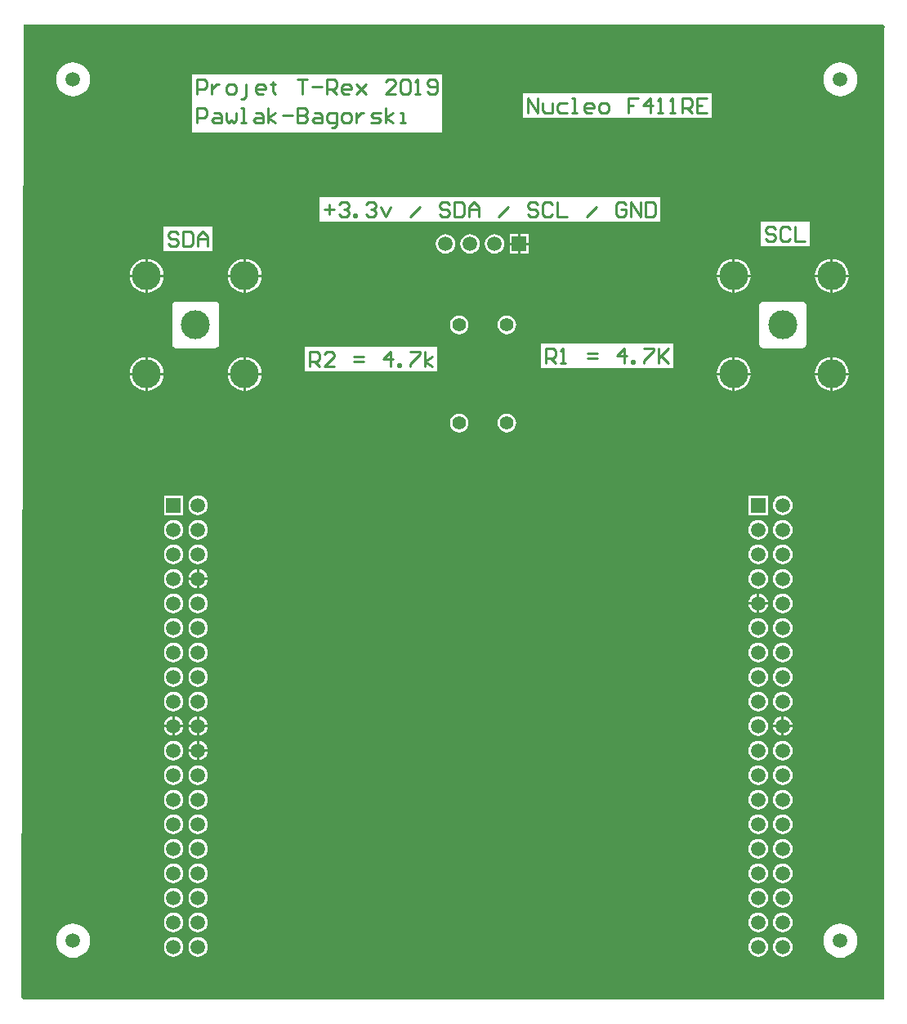
<source format=gtl>
G04 Layer_Physical_Order=1*
G04 Layer_Color=255*
%FSLAX42Y42*%
%MOMM*%
G71*
G01*
G75*
%ADD10C,0.25*%
%ADD11C,1.50*%
%ADD12R,1.50X1.50*%
%ADD13C,3.00*%
%ADD14C,1.52*%
%ADD15R,1.50X1.50*%
%ADD16C,1.40*%
G36*
X11493Y12636D02*
X11481Y12624D01*
Y2565D01*
X2565D01*
X2540Y2591D01*
X2565Y12662D01*
X11468D01*
X11493Y12636D01*
D02*
G37*
%LPC*%
G36*
X11024Y12267D02*
X10989Y12263D01*
X10956Y12253D01*
X10926Y12237D01*
X10899Y12215D01*
X10877Y12188D01*
X10861Y12158D01*
X10851Y12125D01*
X10847Y12090D01*
X10851Y12056D01*
X10861Y12023D01*
X10877Y11992D01*
X10899Y11966D01*
X10926Y11944D01*
X10956Y11928D01*
X10989Y11918D01*
X11024Y11914D01*
X11058Y11918D01*
X11091Y11928D01*
X11122Y11944D01*
X11148Y11966D01*
X11170Y11992D01*
X11186Y12023D01*
X11196Y12056D01*
X11200Y12090D01*
X11196Y12125D01*
X11186Y12158D01*
X11170Y12188D01*
X11148Y12215D01*
X11122Y12237D01*
X11091Y12253D01*
X11058Y12263D01*
X11024Y12267D01*
D02*
G37*
G36*
X3073D02*
X3039Y12263D01*
X3006Y12253D01*
X2975Y12237D01*
X2949Y12215D01*
X2927Y12188D01*
X2911Y12158D01*
X2901Y12125D01*
X2897Y12090D01*
X2901Y12056D01*
X2911Y12023D01*
X2927Y11992D01*
X2949Y11966D01*
X2975Y11944D01*
X3006Y11928D01*
X3039Y11918D01*
X3073Y11914D01*
X3108Y11918D01*
X3141Y11928D01*
X3171Y11944D01*
X3198Y11966D01*
X3220Y11992D01*
X3236Y12023D01*
X3246Y12056D01*
X3250Y12090D01*
X3246Y12125D01*
X3236Y12158D01*
X3220Y12188D01*
X3198Y12215D01*
X3171Y12237D01*
X3141Y12253D01*
X3108Y12263D01*
X3073Y12267D01*
D02*
G37*
G36*
X9689Y11951D02*
X7734D01*
Y11697D01*
X9689D01*
Y11951D01*
D02*
G37*
G36*
X6895Y12144D02*
X4305D01*
Y11544D01*
X6895D01*
Y12144D01*
D02*
G37*
G36*
X9156Y10871D02*
X5626D01*
Y10617D01*
X9156D01*
Y10871D01*
D02*
G37*
G36*
X7797Y10489D02*
X7709D01*
Y10401D01*
X7797D01*
Y10489D01*
D02*
G37*
G36*
X7683D02*
X7596D01*
Y10401D01*
X7683D01*
Y10489D01*
D02*
G37*
G36*
X10706Y10617D02*
X10198D01*
Y10363D01*
X10706D01*
Y10617D01*
D02*
G37*
G36*
X4521Y10566D02*
X4013D01*
Y10312D01*
X4521D01*
Y10566D01*
D02*
G37*
G36*
X7797Y10376D02*
X7709D01*
Y10288D01*
X7797D01*
Y10376D01*
D02*
G37*
G36*
X7683D02*
X7596D01*
Y10288D01*
X7683D01*
Y10376D01*
D02*
G37*
G36*
X7442Y10490D02*
X7416Y10486D01*
X7392Y10476D01*
X7371Y10460D01*
X7355Y10439D01*
X7344Y10415D01*
X7341Y10389D01*
X7344Y10362D01*
X7355Y10338D01*
X7371Y10317D01*
X7392Y10301D01*
X7416Y10291D01*
X7442Y10287D01*
X7468Y10291D01*
X7493Y10301D01*
X7514Y10317D01*
X7530Y10338D01*
X7540Y10362D01*
X7543Y10389D01*
X7540Y10415D01*
X7530Y10439D01*
X7514Y10460D01*
X7493Y10476D01*
X7468Y10486D01*
X7442Y10490D01*
D02*
G37*
G36*
X7188D02*
X7162Y10486D01*
X7138Y10476D01*
X7117Y10460D01*
X7101Y10439D01*
X7090Y10415D01*
X7087Y10389D01*
X7090Y10362D01*
X7101Y10338D01*
X7117Y10317D01*
X7138Y10301D01*
X7162Y10291D01*
X7188Y10287D01*
X7214Y10291D01*
X7239Y10301D01*
X7260Y10317D01*
X7276Y10338D01*
X7286Y10362D01*
X7289Y10389D01*
X7286Y10415D01*
X7276Y10439D01*
X7260Y10460D01*
X7239Y10476D01*
X7214Y10486D01*
X7188Y10490D01*
D02*
G37*
G36*
X6934D02*
X6908Y10486D01*
X6884Y10476D01*
X6863Y10460D01*
X6847Y10439D01*
X6836Y10415D01*
X6833Y10389D01*
X6836Y10362D01*
X6847Y10338D01*
X6863Y10317D01*
X6884Y10301D01*
X6908Y10291D01*
X6934Y10287D01*
X6960Y10291D01*
X6985Y10301D01*
X7006Y10317D01*
X7022Y10338D01*
X7032Y10362D01*
X7035Y10389D01*
X7032Y10415D01*
X7022Y10439D01*
X7006Y10460D01*
X6985Y10476D01*
X6960Y10486D01*
X6934Y10490D01*
D02*
G37*
G36*
X10947Y10233D02*
Y10071D01*
X11110D01*
X11108Y10093D01*
X11098Y10126D01*
X11081Y10156D01*
X11059Y10183D01*
X11033Y10205D01*
X11002Y10221D01*
X10969Y10231D01*
X10947Y10233D01*
D02*
G37*
G36*
X9931D02*
Y10071D01*
X10094D01*
X10092Y10093D01*
X10082Y10126D01*
X10065Y10156D01*
X10043Y10183D01*
X10017Y10205D01*
X9986Y10221D01*
X9953Y10231D01*
X9931Y10233D01*
D02*
G37*
G36*
X3848D02*
Y10071D01*
X4010D01*
X4008Y10093D01*
X3998Y10126D01*
X3982Y10156D01*
X3960Y10183D01*
X3933Y10205D01*
X3903Y10221D01*
X3870Y10231D01*
X3848Y10233D01*
D02*
G37*
G36*
X4864D02*
Y10071D01*
X5026D01*
X5024Y10093D01*
X5014Y10126D01*
X4998Y10156D01*
X4976Y10183D01*
X4949Y10205D01*
X4919Y10221D01*
X4886Y10231D01*
X4864Y10233D01*
D02*
G37*
G36*
X3823D02*
X3801Y10231D01*
X3768Y10221D01*
X3737Y10205D01*
X3711Y10183D01*
X3689Y10156D01*
X3673Y10126D01*
X3663Y10093D01*
X3660Y10071D01*
X3823D01*
Y10233D01*
D02*
G37*
G36*
X4839D02*
X4817Y10231D01*
X4784Y10221D01*
X4753Y10205D01*
X4727Y10183D01*
X4705Y10156D01*
X4689Y10126D01*
X4679Y10093D01*
X4676Y10071D01*
X4839D01*
Y10233D01*
D02*
G37*
G36*
X10922D02*
X10900Y10231D01*
X10867Y10221D01*
X10837Y10205D01*
X10810Y10183D01*
X10788Y10156D01*
X10772Y10126D01*
X10762Y10093D01*
X10760Y10071D01*
X10922D01*
Y10233D01*
D02*
G37*
G36*
X9906D02*
X9884Y10231D01*
X9851Y10221D01*
X9821Y10205D01*
X9794Y10183D01*
X9772Y10156D01*
X9756Y10126D01*
X9746Y10093D01*
X9744Y10071D01*
X9906D01*
Y10233D01*
D02*
G37*
G36*
X11110Y10046D02*
X10947D01*
Y9883D01*
X10969Y9886D01*
X11002Y9896D01*
X11033Y9912D01*
X11059Y9934D01*
X11081Y9960D01*
X11098Y9991D01*
X11108Y10024D01*
X11110Y10046D01*
D02*
G37*
G36*
X10094D02*
X9931D01*
Y9883D01*
X9953Y9886D01*
X9986Y9896D01*
X10017Y9912D01*
X10043Y9934D01*
X10065Y9960D01*
X10082Y9991D01*
X10092Y10024D01*
X10094Y10046D01*
D02*
G37*
G36*
X5026D02*
X4864D01*
Y9883D01*
X4886Y9886D01*
X4919Y9896D01*
X4949Y9912D01*
X4976Y9934D01*
X4998Y9960D01*
X5014Y9991D01*
X5024Y10024D01*
X5026Y10046D01*
D02*
G37*
G36*
X4010D02*
X3848D01*
Y9883D01*
X3870Y9886D01*
X3903Y9896D01*
X3933Y9912D01*
X3960Y9934D01*
X3982Y9960D01*
X3998Y9991D01*
X4008Y10024D01*
X4010Y10046D01*
D02*
G37*
G36*
X4839D02*
X4676D01*
X4679Y10024D01*
X4689Y9991D01*
X4705Y9960D01*
X4727Y9934D01*
X4753Y9912D01*
X4784Y9896D01*
X4817Y9886D01*
X4839Y9883D01*
Y10046D01*
D02*
G37*
G36*
X3823D02*
X3660D01*
X3663Y10024D01*
X3673Y9991D01*
X3689Y9960D01*
X3711Y9934D01*
X3737Y9912D01*
X3768Y9896D01*
X3801Y9886D01*
X3823Y9883D01*
Y10046D01*
D02*
G37*
G36*
X10922D02*
X10760D01*
X10762Y10024D01*
X10772Y9991D01*
X10788Y9960D01*
X10810Y9934D01*
X10837Y9912D01*
X10867Y9896D01*
X10900Y9886D01*
X10922Y9883D01*
Y10046D01*
D02*
G37*
G36*
X9906D02*
X9744D01*
X9746Y10024D01*
X9756Y9991D01*
X9772Y9960D01*
X9794Y9934D01*
X9821Y9912D01*
X9851Y9896D01*
X9884Y9886D01*
X9906Y9883D01*
Y10046D01*
D02*
G37*
G36*
X7569Y9647D02*
X7544Y9643D01*
X7521Y9634D01*
X7501Y9618D01*
X7486Y9599D01*
X7476Y9575D01*
X7473Y9550D01*
X7476Y9525D01*
X7486Y9502D01*
X7501Y9482D01*
X7521Y9467D01*
X7544Y9457D01*
X7569Y9454D01*
X7594Y9457D01*
X7617Y9467D01*
X7637Y9482D01*
X7653Y9502D01*
X7662Y9525D01*
X7665Y9550D01*
X7662Y9575D01*
X7653Y9599D01*
X7637Y9618D01*
X7617Y9634D01*
X7594Y9643D01*
X7569Y9647D01*
D02*
G37*
G36*
X7074D02*
X7049Y9643D01*
X7026Y9634D01*
X7006Y9618D01*
X6991Y9599D01*
X6981Y9575D01*
X6978Y9550D01*
X6981Y9525D01*
X6991Y9502D01*
X7006Y9482D01*
X7026Y9467D01*
X7049Y9457D01*
X7074Y9454D01*
X7099Y9457D01*
X7122Y9467D01*
X7142Y9482D01*
X7157Y9502D01*
X7167Y9525D01*
X7170Y9550D01*
X7167Y9575D01*
X7157Y9599D01*
X7142Y9618D01*
X7122Y9634D01*
X7099Y9643D01*
X7074Y9647D01*
D02*
G37*
G36*
X10427Y9793D02*
X10422Y9792D01*
X10224D01*
X10209Y9789D01*
X10196Y9781D01*
X10188Y9768D01*
X10185Y9754D01*
Y9555D01*
X10184Y9550D01*
X10185Y9546D01*
Y9347D01*
X10188Y9332D01*
X10196Y9320D01*
X10209Y9311D01*
X10224Y9308D01*
X10422D01*
X10427Y9308D01*
X10431Y9308D01*
X10630D01*
X10645Y9311D01*
X10657Y9320D01*
X10666Y9332D01*
X10669Y9347D01*
Y9546D01*
X10669Y9550D01*
X10669Y9555D01*
Y9754D01*
X10666Y9768D01*
X10657Y9781D01*
X10645Y9789D01*
X10630Y9792D01*
X10431D01*
X10427Y9793D01*
D02*
G37*
G36*
X4343D02*
X4339Y9792D01*
X4140D01*
X4125Y9789D01*
X4113Y9781D01*
X4104Y9768D01*
X4101Y9754D01*
Y9555D01*
X4101Y9550D01*
X4101Y9546D01*
Y9347D01*
X4104Y9332D01*
X4113Y9320D01*
X4125Y9311D01*
X4140Y9308D01*
X4339D01*
X4343Y9308D01*
X4348Y9308D01*
X4547D01*
X4561Y9311D01*
X4574Y9320D01*
X4582Y9332D01*
X4585Y9347D01*
Y9546D01*
X4586Y9550D01*
X4585Y9555D01*
Y9754D01*
X4582Y9768D01*
X4574Y9781D01*
X4561Y9789D01*
X4547Y9792D01*
X4348D01*
X4343Y9793D01*
D02*
G37*
G36*
X9296Y9360D02*
X7925D01*
Y9106D01*
X9296D01*
Y9360D01*
D02*
G37*
G36*
X6845Y9322D02*
X5474D01*
Y9068D01*
X6845D01*
Y9322D01*
D02*
G37*
G36*
X10947Y9217D02*
Y9055D01*
X11110D01*
X11108Y9077D01*
X11098Y9110D01*
X11081Y9140D01*
X11059Y9167D01*
X11033Y9189D01*
X11002Y9205D01*
X10969Y9215D01*
X10947Y9217D01*
D02*
G37*
G36*
X9931D02*
Y9055D01*
X10094D01*
X10092Y9077D01*
X10082Y9110D01*
X10065Y9140D01*
X10043Y9167D01*
X10017Y9189D01*
X9986Y9205D01*
X9953Y9215D01*
X9931Y9217D01*
D02*
G37*
G36*
X4864D02*
Y9055D01*
X5026D01*
X5024Y9077D01*
X5014Y9110D01*
X4998Y9140D01*
X4976Y9167D01*
X4949Y9189D01*
X4919Y9205D01*
X4886Y9215D01*
X4864Y9217D01*
D02*
G37*
G36*
X3848D02*
Y9055D01*
X4010D01*
X4008Y9077D01*
X3998Y9110D01*
X3982Y9140D01*
X3960Y9167D01*
X3933Y9189D01*
X3903Y9205D01*
X3870Y9215D01*
X3848Y9217D01*
D02*
G37*
G36*
X4839D02*
X4817Y9215D01*
X4784Y9205D01*
X4753Y9189D01*
X4727Y9167D01*
X4705Y9140D01*
X4689Y9110D01*
X4679Y9077D01*
X4676Y9055D01*
X4839D01*
Y9217D01*
D02*
G37*
G36*
X3823D02*
X3801Y9215D01*
X3768Y9205D01*
X3737Y9189D01*
X3711Y9167D01*
X3689Y9140D01*
X3673Y9110D01*
X3663Y9077D01*
X3660Y9055D01*
X3823D01*
Y9217D01*
D02*
G37*
G36*
X10922D02*
X10900Y9215D01*
X10867Y9205D01*
X10837Y9189D01*
X10810Y9167D01*
X10788Y9140D01*
X10772Y9110D01*
X10762Y9077D01*
X10760Y9055D01*
X10922D01*
Y9217D01*
D02*
G37*
G36*
X9906D02*
X9884Y9215D01*
X9851Y9205D01*
X9821Y9189D01*
X9794Y9167D01*
X9772Y9140D01*
X9756Y9110D01*
X9746Y9077D01*
X9744Y9055D01*
X9906D01*
Y9217D01*
D02*
G37*
G36*
X11110Y9030D02*
X10947D01*
Y8867D01*
X10969Y8870D01*
X11002Y8880D01*
X11033Y8896D01*
X11059Y8918D01*
X11081Y8944D01*
X11098Y8975D01*
X11108Y9008D01*
X11110Y9030D01*
D02*
G37*
G36*
X10094D02*
X9931D01*
Y8867D01*
X9953Y8870D01*
X9986Y8880D01*
X10017Y8896D01*
X10043Y8918D01*
X10065Y8944D01*
X10082Y8975D01*
X10092Y9008D01*
X10094Y9030D01*
D02*
G37*
G36*
X5026D02*
X4864D01*
Y8867D01*
X4886Y8870D01*
X4919Y8880D01*
X4949Y8896D01*
X4976Y8918D01*
X4998Y8944D01*
X5014Y8975D01*
X5024Y9008D01*
X5026Y9030D01*
D02*
G37*
G36*
X4010D02*
X3848D01*
Y8867D01*
X3870Y8870D01*
X3903Y8880D01*
X3933Y8896D01*
X3960Y8918D01*
X3982Y8944D01*
X3998Y8975D01*
X4008Y9008D01*
X4010Y9030D01*
D02*
G37*
G36*
X4839D02*
X4676D01*
X4679Y9008D01*
X4689Y8975D01*
X4705Y8944D01*
X4727Y8918D01*
X4753Y8896D01*
X4784Y8880D01*
X4817Y8870D01*
X4839Y8867D01*
Y9030D01*
D02*
G37*
G36*
X3823D02*
X3660D01*
X3663Y9008D01*
X3673Y8975D01*
X3689Y8944D01*
X3711Y8918D01*
X3737Y8896D01*
X3768Y8880D01*
X3801Y8870D01*
X3823Y8867D01*
Y9030D01*
D02*
G37*
G36*
X10922D02*
X10760D01*
X10762Y9008D01*
X10772Y8975D01*
X10788Y8944D01*
X10810Y8918D01*
X10837Y8896D01*
X10867Y8880D01*
X10900Y8870D01*
X10922Y8867D01*
Y9030D01*
D02*
G37*
G36*
X9906D02*
X9744D01*
X9746Y9008D01*
X9756Y8975D01*
X9772Y8944D01*
X9794Y8918D01*
X9821Y8896D01*
X9851Y8880D01*
X9884Y8870D01*
X9906Y8867D01*
Y9030D01*
D02*
G37*
G36*
X7569Y8631D02*
X7544Y8627D01*
X7521Y8618D01*
X7501Y8602D01*
X7486Y8583D01*
X7476Y8559D01*
X7473Y8534D01*
X7476Y8509D01*
X7486Y8486D01*
X7501Y8466D01*
X7521Y8451D01*
X7544Y8441D01*
X7569Y8438D01*
X7594Y8441D01*
X7617Y8451D01*
X7637Y8466D01*
X7653Y8486D01*
X7662Y8509D01*
X7665Y8534D01*
X7662Y8559D01*
X7653Y8583D01*
X7637Y8602D01*
X7617Y8618D01*
X7594Y8627D01*
X7569Y8631D01*
D02*
G37*
G36*
X7074D02*
X7049Y8627D01*
X7026Y8618D01*
X7006Y8602D01*
X6991Y8583D01*
X6981Y8559D01*
X6978Y8534D01*
X6981Y8509D01*
X6991Y8486D01*
X7006Y8466D01*
X7026Y8451D01*
X7049Y8441D01*
X7074Y8438D01*
X7099Y8441D01*
X7122Y8451D01*
X7142Y8466D01*
X7157Y8486D01*
X7167Y8509D01*
X7170Y8534D01*
X7167Y8559D01*
X7157Y8583D01*
X7142Y8602D01*
X7122Y8618D01*
X7099Y8627D01*
X7074Y8631D01*
D02*
G37*
G36*
X10273Y7784D02*
X10072D01*
Y7583D01*
X10273D01*
Y7784D01*
D02*
G37*
G36*
X4215D02*
X4014D01*
Y7583D01*
X4215D01*
Y7784D01*
D02*
G37*
G36*
X10427Y7785D02*
X10400Y7781D01*
X10376Y7771D01*
X10355Y7755D01*
X10339Y7734D01*
X10329Y7710D01*
X10325Y7683D01*
X10329Y7657D01*
X10339Y7633D01*
X10355Y7612D01*
X10376Y7596D01*
X10400Y7586D01*
X10427Y7582D01*
X10453Y7586D01*
X10477Y7596D01*
X10498Y7612D01*
X10514Y7633D01*
X10525Y7657D01*
X10528Y7683D01*
X10525Y7710D01*
X10514Y7734D01*
X10498Y7755D01*
X10477Y7771D01*
X10453Y7781D01*
X10427Y7785D01*
D02*
G37*
G36*
X4369D02*
X4343Y7781D01*
X4318Y7771D01*
X4297Y7755D01*
X4281Y7734D01*
X4271Y7710D01*
X4268Y7683D01*
X4271Y7657D01*
X4281Y7633D01*
X4297Y7612D01*
X4318Y7596D01*
X4343Y7586D01*
X4369Y7582D01*
X4395Y7586D01*
X4419Y7596D01*
X4440Y7612D01*
X4456Y7633D01*
X4467Y7657D01*
X4470Y7683D01*
X4467Y7710D01*
X4456Y7734D01*
X4440Y7755D01*
X4419Y7771D01*
X4395Y7781D01*
X4369Y7785D01*
D02*
G37*
G36*
X10427Y7531D02*
X10400Y7527D01*
X10376Y7517D01*
X10355Y7501D01*
X10339Y7480D01*
X10329Y7456D01*
X10325Y7429D01*
X10329Y7403D01*
X10339Y7379D01*
X10355Y7358D01*
X10376Y7342D01*
X10400Y7332D01*
X10427Y7328D01*
X10453Y7332D01*
X10477Y7342D01*
X10498Y7358D01*
X10514Y7379D01*
X10525Y7403D01*
X10528Y7429D01*
X10525Y7456D01*
X10514Y7480D01*
X10498Y7501D01*
X10477Y7517D01*
X10453Y7527D01*
X10427Y7531D01*
D02*
G37*
G36*
X10173D02*
X10146Y7527D01*
X10122Y7517D01*
X10101Y7501D01*
X10085Y7480D01*
X10075Y7456D01*
X10071Y7429D01*
X10075Y7403D01*
X10085Y7379D01*
X10101Y7358D01*
X10122Y7342D01*
X10146Y7332D01*
X10173Y7328D01*
X10199Y7332D01*
X10223Y7342D01*
X10244Y7358D01*
X10260Y7379D01*
X10271Y7403D01*
X10274Y7429D01*
X10271Y7456D01*
X10260Y7480D01*
X10244Y7501D01*
X10223Y7517D01*
X10199Y7527D01*
X10173Y7531D01*
D02*
G37*
G36*
X4369D02*
X4343Y7527D01*
X4318Y7517D01*
X4297Y7501D01*
X4281Y7480D01*
X4271Y7456D01*
X4268Y7429D01*
X4271Y7403D01*
X4281Y7379D01*
X4297Y7358D01*
X4318Y7342D01*
X4343Y7332D01*
X4369Y7328D01*
X4395Y7332D01*
X4419Y7342D01*
X4440Y7358D01*
X4456Y7379D01*
X4467Y7403D01*
X4470Y7429D01*
X4467Y7456D01*
X4456Y7480D01*
X4440Y7501D01*
X4419Y7517D01*
X4395Y7527D01*
X4369Y7531D01*
D02*
G37*
G36*
X4115D02*
X4089Y7527D01*
X4064Y7517D01*
X4043Y7501D01*
X4027Y7480D01*
X4017Y7456D01*
X4014Y7429D01*
X4017Y7403D01*
X4027Y7379D01*
X4043Y7358D01*
X4064Y7342D01*
X4089Y7332D01*
X4115Y7328D01*
X4141Y7332D01*
X4165Y7342D01*
X4186Y7358D01*
X4202Y7379D01*
X4213Y7403D01*
X4216Y7429D01*
X4213Y7456D01*
X4202Y7480D01*
X4186Y7501D01*
X4165Y7517D01*
X4141Y7527D01*
X4115Y7531D01*
D02*
G37*
G36*
X10427Y7277D02*
X10400Y7273D01*
X10376Y7263D01*
X10355Y7247D01*
X10339Y7226D01*
X10329Y7202D01*
X10325Y7175D01*
X10329Y7149D01*
X10339Y7125D01*
X10355Y7104D01*
X10376Y7088D01*
X10400Y7078D01*
X10427Y7074D01*
X10453Y7078D01*
X10477Y7088D01*
X10498Y7104D01*
X10514Y7125D01*
X10525Y7149D01*
X10528Y7175D01*
X10525Y7202D01*
X10514Y7226D01*
X10498Y7247D01*
X10477Y7263D01*
X10453Y7273D01*
X10427Y7277D01*
D02*
G37*
G36*
X10173D02*
X10146Y7273D01*
X10122Y7263D01*
X10101Y7247D01*
X10085Y7226D01*
X10075Y7202D01*
X10071Y7175D01*
X10075Y7149D01*
X10085Y7125D01*
X10101Y7104D01*
X10122Y7088D01*
X10146Y7078D01*
X10173Y7074D01*
X10199Y7078D01*
X10223Y7088D01*
X10244Y7104D01*
X10260Y7125D01*
X10271Y7149D01*
X10274Y7175D01*
X10271Y7202D01*
X10260Y7226D01*
X10244Y7247D01*
X10223Y7263D01*
X10199Y7273D01*
X10173Y7277D01*
D02*
G37*
G36*
X4369D02*
X4343Y7273D01*
X4318Y7263D01*
X4297Y7247D01*
X4281Y7226D01*
X4271Y7202D01*
X4268Y7175D01*
X4271Y7149D01*
X4281Y7125D01*
X4297Y7104D01*
X4318Y7088D01*
X4343Y7078D01*
X4369Y7074D01*
X4395Y7078D01*
X4419Y7088D01*
X4440Y7104D01*
X4456Y7125D01*
X4467Y7149D01*
X4470Y7175D01*
X4467Y7202D01*
X4456Y7226D01*
X4440Y7247D01*
X4419Y7263D01*
X4395Y7273D01*
X4369Y7277D01*
D02*
G37*
G36*
X4115D02*
X4089Y7273D01*
X4064Y7263D01*
X4043Y7247D01*
X4027Y7226D01*
X4017Y7202D01*
X4014Y7175D01*
X4017Y7149D01*
X4027Y7125D01*
X4043Y7104D01*
X4064Y7088D01*
X4089Y7078D01*
X4115Y7074D01*
X4141Y7078D01*
X4165Y7088D01*
X4186Y7104D01*
X4202Y7125D01*
X4213Y7149D01*
X4216Y7175D01*
X4213Y7202D01*
X4202Y7226D01*
X4186Y7247D01*
X4165Y7263D01*
X4141Y7273D01*
X4115Y7277D01*
D02*
G37*
G36*
X4381Y7021D02*
Y6934D01*
X4468D01*
X4467Y6948D01*
X4456Y6972D01*
X4440Y6993D01*
X4419Y7009D01*
X4395Y7019D01*
X4381Y7021D01*
D02*
G37*
G36*
X4356D02*
X4343Y7019D01*
X4318Y7009D01*
X4297Y6993D01*
X4281Y6972D01*
X4271Y6948D01*
X4269Y6934D01*
X4356D01*
Y7021D01*
D02*
G37*
G36*
X4468Y6909D02*
X4381D01*
Y6822D01*
X4395Y6824D01*
X4419Y6834D01*
X4440Y6850D01*
X4456Y6871D01*
X4467Y6895D01*
X4468Y6909D01*
D02*
G37*
G36*
X4356D02*
X4269D01*
X4271Y6895D01*
X4281Y6871D01*
X4297Y6850D01*
X4318Y6834D01*
X4343Y6824D01*
X4356Y6822D01*
Y6909D01*
D02*
G37*
G36*
X10427Y7023D02*
X10400Y7019D01*
X10376Y7009D01*
X10355Y6993D01*
X10339Y6972D01*
X10329Y6948D01*
X10325Y6921D01*
X10329Y6895D01*
X10339Y6871D01*
X10355Y6850D01*
X10376Y6834D01*
X10400Y6824D01*
X10427Y6820D01*
X10453Y6824D01*
X10477Y6834D01*
X10498Y6850D01*
X10514Y6871D01*
X10525Y6895D01*
X10528Y6921D01*
X10525Y6948D01*
X10514Y6972D01*
X10498Y6993D01*
X10477Y7009D01*
X10453Y7019D01*
X10427Y7023D01*
D02*
G37*
G36*
X10173D02*
X10146Y7019D01*
X10122Y7009D01*
X10101Y6993D01*
X10085Y6972D01*
X10075Y6948D01*
X10071Y6921D01*
X10075Y6895D01*
X10085Y6871D01*
X10101Y6850D01*
X10122Y6834D01*
X10146Y6824D01*
X10173Y6820D01*
X10199Y6824D01*
X10223Y6834D01*
X10244Y6850D01*
X10260Y6871D01*
X10271Y6895D01*
X10274Y6921D01*
X10271Y6948D01*
X10260Y6972D01*
X10244Y6993D01*
X10223Y7009D01*
X10199Y7019D01*
X10173Y7023D01*
D02*
G37*
G36*
X4115D02*
X4089Y7019D01*
X4064Y7009D01*
X4043Y6993D01*
X4027Y6972D01*
X4017Y6948D01*
X4014Y6921D01*
X4017Y6895D01*
X4027Y6871D01*
X4043Y6850D01*
X4064Y6834D01*
X4089Y6824D01*
X4115Y6820D01*
X4141Y6824D01*
X4165Y6834D01*
X4186Y6850D01*
X4202Y6871D01*
X4213Y6895D01*
X4216Y6921D01*
X4213Y6948D01*
X4202Y6972D01*
X4186Y6993D01*
X4165Y7009D01*
X4141Y7019D01*
X4115Y7023D01*
D02*
G37*
G36*
X10185Y6767D02*
Y6680D01*
X10272D01*
X10271Y6694D01*
X10260Y6718D01*
X10244Y6739D01*
X10223Y6755D01*
X10199Y6765D01*
X10185Y6767D01*
D02*
G37*
G36*
X10160D02*
X10146Y6765D01*
X10122Y6755D01*
X10101Y6739D01*
X10085Y6718D01*
X10075Y6694D01*
X10073Y6680D01*
X10160D01*
Y6767D01*
D02*
G37*
G36*
X10272Y6655D02*
X10185D01*
Y6568D01*
X10199Y6570D01*
X10223Y6580D01*
X10244Y6596D01*
X10260Y6617D01*
X10271Y6641D01*
X10272Y6655D01*
D02*
G37*
G36*
X10160D02*
X10073D01*
X10075Y6641D01*
X10085Y6617D01*
X10101Y6596D01*
X10122Y6580D01*
X10146Y6570D01*
X10160Y6568D01*
Y6655D01*
D02*
G37*
G36*
X10427Y6769D02*
X10400Y6765D01*
X10376Y6755D01*
X10355Y6739D01*
X10339Y6718D01*
X10329Y6694D01*
X10325Y6668D01*
X10329Y6641D01*
X10339Y6617D01*
X10355Y6596D01*
X10376Y6580D01*
X10400Y6570D01*
X10427Y6566D01*
X10453Y6570D01*
X10477Y6580D01*
X10498Y6596D01*
X10514Y6617D01*
X10525Y6641D01*
X10528Y6668D01*
X10525Y6694D01*
X10514Y6718D01*
X10498Y6739D01*
X10477Y6755D01*
X10453Y6765D01*
X10427Y6769D01*
D02*
G37*
G36*
X4369D02*
X4343Y6765D01*
X4318Y6755D01*
X4297Y6739D01*
X4281Y6718D01*
X4271Y6694D01*
X4268Y6668D01*
X4271Y6641D01*
X4281Y6617D01*
X4297Y6596D01*
X4318Y6580D01*
X4343Y6570D01*
X4369Y6566D01*
X4395Y6570D01*
X4419Y6580D01*
X4440Y6596D01*
X4456Y6617D01*
X4467Y6641D01*
X4470Y6668D01*
X4467Y6694D01*
X4456Y6718D01*
X4440Y6739D01*
X4419Y6755D01*
X4395Y6765D01*
X4369Y6769D01*
D02*
G37*
G36*
X4115D02*
X4089Y6765D01*
X4064Y6755D01*
X4043Y6739D01*
X4027Y6718D01*
X4017Y6694D01*
X4014Y6668D01*
X4017Y6641D01*
X4027Y6617D01*
X4043Y6596D01*
X4064Y6580D01*
X4089Y6570D01*
X4115Y6566D01*
X4141Y6570D01*
X4165Y6580D01*
X4186Y6596D01*
X4202Y6617D01*
X4213Y6641D01*
X4216Y6668D01*
X4213Y6694D01*
X4202Y6718D01*
X4186Y6739D01*
X4165Y6755D01*
X4141Y6765D01*
X4115Y6769D01*
D02*
G37*
G36*
X10427Y6515D02*
X10400Y6511D01*
X10376Y6501D01*
X10355Y6485D01*
X10339Y6464D01*
X10329Y6440D01*
X10325Y6414D01*
X10329Y6387D01*
X10339Y6363D01*
X10355Y6342D01*
X10376Y6326D01*
X10400Y6316D01*
X10427Y6312D01*
X10453Y6316D01*
X10477Y6326D01*
X10498Y6342D01*
X10514Y6363D01*
X10525Y6387D01*
X10528Y6414D01*
X10525Y6440D01*
X10514Y6464D01*
X10498Y6485D01*
X10477Y6501D01*
X10453Y6511D01*
X10427Y6515D01*
D02*
G37*
G36*
X10173D02*
X10146Y6511D01*
X10122Y6501D01*
X10101Y6485D01*
X10085Y6464D01*
X10075Y6440D01*
X10071Y6414D01*
X10075Y6387D01*
X10085Y6363D01*
X10101Y6342D01*
X10122Y6326D01*
X10146Y6316D01*
X10173Y6312D01*
X10199Y6316D01*
X10223Y6326D01*
X10244Y6342D01*
X10260Y6363D01*
X10271Y6387D01*
X10274Y6414D01*
X10271Y6440D01*
X10260Y6464D01*
X10244Y6485D01*
X10223Y6501D01*
X10199Y6511D01*
X10173Y6515D01*
D02*
G37*
G36*
X4369D02*
X4343Y6511D01*
X4318Y6501D01*
X4297Y6485D01*
X4281Y6464D01*
X4271Y6440D01*
X4268Y6414D01*
X4271Y6387D01*
X4281Y6363D01*
X4297Y6342D01*
X4318Y6326D01*
X4343Y6316D01*
X4369Y6312D01*
X4395Y6316D01*
X4419Y6326D01*
X4440Y6342D01*
X4456Y6363D01*
X4467Y6387D01*
X4470Y6414D01*
X4467Y6440D01*
X4456Y6464D01*
X4440Y6485D01*
X4419Y6501D01*
X4395Y6511D01*
X4369Y6515D01*
D02*
G37*
G36*
X4115D02*
X4089Y6511D01*
X4064Y6501D01*
X4043Y6485D01*
X4027Y6464D01*
X4017Y6440D01*
X4014Y6414D01*
X4017Y6387D01*
X4027Y6363D01*
X4043Y6342D01*
X4064Y6326D01*
X4089Y6316D01*
X4115Y6312D01*
X4141Y6316D01*
X4165Y6326D01*
X4186Y6342D01*
X4202Y6363D01*
X4213Y6387D01*
X4216Y6414D01*
X4213Y6440D01*
X4202Y6464D01*
X4186Y6485D01*
X4165Y6501D01*
X4141Y6511D01*
X4115Y6515D01*
D02*
G37*
G36*
X10427Y6261D02*
X10400Y6257D01*
X10376Y6247D01*
X10355Y6231D01*
X10339Y6210D01*
X10329Y6186D01*
X10325Y6160D01*
X10329Y6133D01*
X10339Y6109D01*
X10355Y6088D01*
X10376Y6072D01*
X10400Y6062D01*
X10427Y6058D01*
X10453Y6062D01*
X10477Y6072D01*
X10498Y6088D01*
X10514Y6109D01*
X10525Y6133D01*
X10528Y6160D01*
X10525Y6186D01*
X10514Y6210D01*
X10498Y6231D01*
X10477Y6247D01*
X10453Y6257D01*
X10427Y6261D01*
D02*
G37*
G36*
X10173D02*
X10146Y6257D01*
X10122Y6247D01*
X10101Y6231D01*
X10085Y6210D01*
X10075Y6186D01*
X10071Y6160D01*
X10075Y6133D01*
X10085Y6109D01*
X10101Y6088D01*
X10122Y6072D01*
X10146Y6062D01*
X10173Y6058D01*
X10199Y6062D01*
X10223Y6072D01*
X10244Y6088D01*
X10260Y6109D01*
X10271Y6133D01*
X10274Y6160D01*
X10271Y6186D01*
X10260Y6210D01*
X10244Y6231D01*
X10223Y6247D01*
X10199Y6257D01*
X10173Y6261D01*
D02*
G37*
G36*
X4369D02*
X4343Y6257D01*
X4318Y6247D01*
X4297Y6231D01*
X4281Y6210D01*
X4271Y6186D01*
X4268Y6160D01*
X4271Y6133D01*
X4281Y6109D01*
X4297Y6088D01*
X4318Y6072D01*
X4343Y6062D01*
X4369Y6058D01*
X4395Y6062D01*
X4419Y6072D01*
X4440Y6088D01*
X4456Y6109D01*
X4467Y6133D01*
X4470Y6160D01*
X4467Y6186D01*
X4456Y6210D01*
X4440Y6231D01*
X4419Y6247D01*
X4395Y6257D01*
X4369Y6261D01*
D02*
G37*
G36*
X4115D02*
X4089Y6257D01*
X4064Y6247D01*
X4043Y6231D01*
X4027Y6210D01*
X4017Y6186D01*
X4014Y6160D01*
X4017Y6133D01*
X4027Y6109D01*
X4043Y6088D01*
X4064Y6072D01*
X4089Y6062D01*
X4115Y6058D01*
X4141Y6062D01*
X4165Y6072D01*
X4186Y6088D01*
X4202Y6109D01*
X4213Y6133D01*
X4216Y6160D01*
X4213Y6186D01*
X4202Y6210D01*
X4186Y6231D01*
X4165Y6247D01*
X4141Y6257D01*
X4115Y6261D01*
D02*
G37*
G36*
X10427Y6007D02*
X10400Y6003D01*
X10376Y5993D01*
X10355Y5977D01*
X10339Y5956D01*
X10329Y5932D01*
X10325Y5906D01*
X10329Y5879D01*
X10339Y5855D01*
X10355Y5834D01*
X10376Y5818D01*
X10400Y5808D01*
X10427Y5804D01*
X10453Y5808D01*
X10477Y5818D01*
X10498Y5834D01*
X10514Y5855D01*
X10525Y5879D01*
X10528Y5906D01*
X10525Y5932D01*
X10514Y5956D01*
X10498Y5977D01*
X10477Y5993D01*
X10453Y6003D01*
X10427Y6007D01*
D02*
G37*
G36*
X10173D02*
X10146Y6003D01*
X10122Y5993D01*
X10101Y5977D01*
X10085Y5956D01*
X10075Y5932D01*
X10071Y5906D01*
X10075Y5879D01*
X10085Y5855D01*
X10101Y5834D01*
X10122Y5818D01*
X10146Y5808D01*
X10173Y5804D01*
X10199Y5808D01*
X10223Y5818D01*
X10244Y5834D01*
X10260Y5855D01*
X10271Y5879D01*
X10274Y5906D01*
X10271Y5932D01*
X10260Y5956D01*
X10244Y5977D01*
X10223Y5993D01*
X10199Y6003D01*
X10173Y6007D01*
D02*
G37*
G36*
X4369D02*
X4343Y6003D01*
X4318Y5993D01*
X4297Y5977D01*
X4281Y5956D01*
X4271Y5932D01*
X4268Y5906D01*
X4271Y5879D01*
X4281Y5855D01*
X4297Y5834D01*
X4318Y5818D01*
X4343Y5808D01*
X4369Y5804D01*
X4395Y5808D01*
X4419Y5818D01*
X4440Y5834D01*
X4456Y5855D01*
X4467Y5879D01*
X4470Y5906D01*
X4467Y5932D01*
X4456Y5956D01*
X4440Y5977D01*
X4419Y5993D01*
X4395Y6003D01*
X4369Y6007D01*
D02*
G37*
G36*
X4115D02*
X4089Y6003D01*
X4064Y5993D01*
X4043Y5977D01*
X4027Y5956D01*
X4017Y5932D01*
X4014Y5906D01*
X4017Y5879D01*
X4027Y5855D01*
X4043Y5834D01*
X4064Y5818D01*
X4089Y5808D01*
X4115Y5804D01*
X4141Y5808D01*
X4165Y5818D01*
X4186Y5834D01*
X4202Y5855D01*
X4213Y5879D01*
X4216Y5906D01*
X4213Y5932D01*
X4202Y5956D01*
X4186Y5977D01*
X4165Y5993D01*
X4141Y6003D01*
X4115Y6007D01*
D02*
G37*
G36*
X10427Y5753D02*
X10400Y5749D01*
X10376Y5739D01*
X10355Y5723D01*
X10339Y5702D01*
X10329Y5678D01*
X10325Y5651D01*
X10329Y5625D01*
X10339Y5601D01*
X10355Y5580D01*
X10376Y5564D01*
X10400Y5554D01*
X10427Y5550D01*
X10453Y5554D01*
X10477Y5564D01*
X10498Y5580D01*
X10514Y5601D01*
X10525Y5625D01*
X10528Y5651D01*
X10525Y5678D01*
X10514Y5702D01*
X10498Y5723D01*
X10477Y5739D01*
X10453Y5749D01*
X10427Y5753D01*
D02*
G37*
G36*
X10173D02*
X10146Y5749D01*
X10122Y5739D01*
X10101Y5723D01*
X10085Y5702D01*
X10075Y5678D01*
X10071Y5651D01*
X10075Y5625D01*
X10085Y5601D01*
X10101Y5580D01*
X10122Y5564D01*
X10146Y5554D01*
X10173Y5550D01*
X10199Y5554D01*
X10223Y5564D01*
X10244Y5580D01*
X10260Y5601D01*
X10271Y5625D01*
X10274Y5651D01*
X10271Y5678D01*
X10260Y5702D01*
X10244Y5723D01*
X10223Y5739D01*
X10199Y5749D01*
X10173Y5753D01*
D02*
G37*
G36*
X4369D02*
X4343Y5749D01*
X4318Y5739D01*
X4297Y5723D01*
X4281Y5702D01*
X4271Y5678D01*
X4268Y5651D01*
X4271Y5625D01*
X4281Y5601D01*
X4297Y5580D01*
X4318Y5564D01*
X4343Y5554D01*
X4369Y5550D01*
X4395Y5554D01*
X4419Y5564D01*
X4440Y5580D01*
X4456Y5601D01*
X4467Y5625D01*
X4470Y5651D01*
X4467Y5678D01*
X4456Y5702D01*
X4440Y5723D01*
X4419Y5739D01*
X4395Y5749D01*
X4369Y5753D01*
D02*
G37*
G36*
X4115D02*
X4089Y5749D01*
X4064Y5739D01*
X4043Y5723D01*
X4027Y5702D01*
X4017Y5678D01*
X4014Y5651D01*
X4017Y5625D01*
X4027Y5601D01*
X4043Y5580D01*
X4064Y5564D01*
X4089Y5554D01*
X4115Y5550D01*
X4141Y5554D01*
X4165Y5564D01*
X4186Y5580D01*
X4202Y5601D01*
X4213Y5625D01*
X4216Y5651D01*
X4213Y5678D01*
X4202Y5702D01*
X4186Y5723D01*
X4165Y5739D01*
X4141Y5749D01*
X4115Y5753D01*
D02*
G37*
G36*
X4381Y5497D02*
Y5410D01*
X4468D01*
X4467Y5424D01*
X4456Y5448D01*
X4440Y5469D01*
X4419Y5485D01*
X4395Y5495D01*
X4381Y5497D01*
D02*
G37*
G36*
X10439D02*
Y5410D01*
X10526D01*
X10525Y5424D01*
X10514Y5448D01*
X10498Y5469D01*
X10477Y5485D01*
X10453Y5495D01*
X10439Y5497D01*
D02*
G37*
G36*
X4128D02*
Y5410D01*
X4214D01*
X4213Y5424D01*
X4202Y5448D01*
X4186Y5469D01*
X4165Y5485D01*
X4141Y5495D01*
X4128Y5497D01*
D02*
G37*
G36*
X4356D02*
X4343Y5495D01*
X4318Y5485D01*
X4297Y5469D01*
X4281Y5448D01*
X4271Y5424D01*
X4269Y5410D01*
X4356D01*
Y5497D01*
D02*
G37*
G36*
X10414D02*
X10400Y5495D01*
X10376Y5485D01*
X10355Y5469D01*
X10339Y5448D01*
X10329Y5424D01*
X10327Y5410D01*
X10414D01*
Y5497D01*
D02*
G37*
G36*
X4102D02*
X4089Y5495D01*
X4064Y5485D01*
X4043Y5469D01*
X4027Y5448D01*
X4017Y5424D01*
X4015Y5410D01*
X4102D01*
Y5497D01*
D02*
G37*
G36*
X10526Y5385D02*
X10439D01*
Y5298D01*
X10453Y5300D01*
X10477Y5310D01*
X10498Y5326D01*
X10514Y5347D01*
X10525Y5371D01*
X10526Y5385D01*
D02*
G37*
G36*
X4468D02*
X4381D01*
Y5298D01*
X4395Y5300D01*
X4419Y5310D01*
X4440Y5326D01*
X4456Y5347D01*
X4467Y5371D01*
X4468Y5385D01*
D02*
G37*
G36*
X4214D02*
X4128D01*
Y5298D01*
X4141Y5300D01*
X4165Y5310D01*
X4186Y5326D01*
X4202Y5347D01*
X4213Y5371D01*
X4214Y5385D01*
D02*
G37*
G36*
X10414D02*
X10327D01*
X10329Y5371D01*
X10339Y5347D01*
X10355Y5326D01*
X10376Y5310D01*
X10400Y5300D01*
X10414Y5298D01*
Y5385D01*
D02*
G37*
G36*
X4356D02*
X4269D01*
X4271Y5371D01*
X4281Y5347D01*
X4297Y5326D01*
X4318Y5310D01*
X4343Y5300D01*
X4356Y5298D01*
Y5385D01*
D02*
G37*
G36*
X4102D02*
X4015D01*
X4017Y5371D01*
X4027Y5347D01*
X4043Y5326D01*
X4064Y5310D01*
X4089Y5300D01*
X4102Y5298D01*
Y5385D01*
D02*
G37*
G36*
X10173Y5499D02*
X10146Y5495D01*
X10122Y5485D01*
X10101Y5469D01*
X10085Y5448D01*
X10075Y5424D01*
X10071Y5397D01*
X10075Y5371D01*
X10085Y5347D01*
X10101Y5326D01*
X10122Y5310D01*
X10146Y5300D01*
X10173Y5296D01*
X10199Y5300D01*
X10223Y5310D01*
X10244Y5326D01*
X10260Y5347D01*
X10271Y5371D01*
X10274Y5397D01*
X10271Y5424D01*
X10260Y5448D01*
X10244Y5469D01*
X10223Y5485D01*
X10199Y5495D01*
X10173Y5499D01*
D02*
G37*
G36*
X4381Y5243D02*
Y5156D01*
X4468D01*
X4467Y5170D01*
X4456Y5194D01*
X4440Y5215D01*
X4419Y5231D01*
X4395Y5241D01*
X4381Y5243D01*
D02*
G37*
G36*
X4356D02*
X4343Y5241D01*
X4318Y5231D01*
X4297Y5215D01*
X4281Y5194D01*
X4271Y5170D01*
X4269Y5156D01*
X4356D01*
Y5243D01*
D02*
G37*
G36*
X4468Y5131D02*
X4381D01*
Y5044D01*
X4395Y5046D01*
X4419Y5056D01*
X4440Y5072D01*
X4456Y5093D01*
X4467Y5117D01*
X4468Y5131D01*
D02*
G37*
G36*
X4356D02*
X4269D01*
X4271Y5117D01*
X4281Y5093D01*
X4297Y5072D01*
X4318Y5056D01*
X4343Y5046D01*
X4356Y5044D01*
Y5131D01*
D02*
G37*
G36*
X10427Y5245D02*
X10400Y5241D01*
X10376Y5231D01*
X10355Y5215D01*
X10339Y5194D01*
X10329Y5170D01*
X10325Y5144D01*
X10329Y5117D01*
X10339Y5093D01*
X10355Y5072D01*
X10376Y5056D01*
X10400Y5046D01*
X10427Y5042D01*
X10453Y5046D01*
X10477Y5056D01*
X10498Y5072D01*
X10514Y5093D01*
X10525Y5117D01*
X10528Y5144D01*
X10525Y5170D01*
X10514Y5194D01*
X10498Y5215D01*
X10477Y5231D01*
X10453Y5241D01*
X10427Y5245D01*
D02*
G37*
G36*
X10173D02*
X10146Y5241D01*
X10122Y5231D01*
X10101Y5215D01*
X10085Y5194D01*
X10075Y5170D01*
X10071Y5144D01*
X10075Y5117D01*
X10085Y5093D01*
X10101Y5072D01*
X10122Y5056D01*
X10146Y5046D01*
X10173Y5042D01*
X10199Y5046D01*
X10223Y5056D01*
X10244Y5072D01*
X10260Y5093D01*
X10271Y5117D01*
X10274Y5144D01*
X10271Y5170D01*
X10260Y5194D01*
X10244Y5215D01*
X10223Y5231D01*
X10199Y5241D01*
X10173Y5245D01*
D02*
G37*
G36*
X4115D02*
X4089Y5241D01*
X4064Y5231D01*
X4043Y5215D01*
X4027Y5194D01*
X4017Y5170D01*
X4014Y5144D01*
X4017Y5117D01*
X4027Y5093D01*
X4043Y5072D01*
X4064Y5056D01*
X4089Y5046D01*
X4115Y5042D01*
X4141Y5046D01*
X4165Y5056D01*
X4186Y5072D01*
X4202Y5093D01*
X4213Y5117D01*
X4216Y5144D01*
X4213Y5170D01*
X4202Y5194D01*
X4186Y5215D01*
X4165Y5231D01*
X4141Y5241D01*
X4115Y5245D01*
D02*
G37*
G36*
X10427Y4991D02*
X10400Y4987D01*
X10376Y4977D01*
X10355Y4961D01*
X10339Y4940D01*
X10329Y4916D01*
X10325Y4890D01*
X10329Y4863D01*
X10339Y4839D01*
X10355Y4818D01*
X10376Y4802D01*
X10400Y4792D01*
X10427Y4788D01*
X10453Y4792D01*
X10477Y4802D01*
X10498Y4818D01*
X10514Y4839D01*
X10525Y4863D01*
X10528Y4890D01*
X10525Y4916D01*
X10514Y4940D01*
X10498Y4961D01*
X10477Y4977D01*
X10453Y4987D01*
X10427Y4991D01*
D02*
G37*
G36*
X10173D02*
X10146Y4987D01*
X10122Y4977D01*
X10101Y4961D01*
X10085Y4940D01*
X10075Y4916D01*
X10071Y4890D01*
X10075Y4863D01*
X10085Y4839D01*
X10101Y4818D01*
X10122Y4802D01*
X10146Y4792D01*
X10173Y4788D01*
X10199Y4792D01*
X10223Y4802D01*
X10244Y4818D01*
X10260Y4839D01*
X10271Y4863D01*
X10274Y4890D01*
X10271Y4916D01*
X10260Y4940D01*
X10244Y4961D01*
X10223Y4977D01*
X10199Y4987D01*
X10173Y4991D01*
D02*
G37*
G36*
X4369D02*
X4343Y4987D01*
X4318Y4977D01*
X4297Y4961D01*
X4281Y4940D01*
X4271Y4916D01*
X4268Y4890D01*
X4271Y4863D01*
X4281Y4839D01*
X4297Y4818D01*
X4318Y4802D01*
X4343Y4792D01*
X4369Y4788D01*
X4395Y4792D01*
X4419Y4802D01*
X4440Y4818D01*
X4456Y4839D01*
X4467Y4863D01*
X4470Y4890D01*
X4467Y4916D01*
X4456Y4940D01*
X4440Y4961D01*
X4419Y4977D01*
X4395Y4987D01*
X4369Y4991D01*
D02*
G37*
G36*
X4115D02*
X4089Y4987D01*
X4064Y4977D01*
X4043Y4961D01*
X4027Y4940D01*
X4017Y4916D01*
X4014Y4890D01*
X4017Y4863D01*
X4027Y4839D01*
X4043Y4818D01*
X4064Y4802D01*
X4089Y4792D01*
X4115Y4788D01*
X4141Y4792D01*
X4165Y4802D01*
X4186Y4818D01*
X4202Y4839D01*
X4213Y4863D01*
X4216Y4890D01*
X4213Y4916D01*
X4202Y4940D01*
X4186Y4961D01*
X4165Y4977D01*
X4141Y4987D01*
X4115Y4991D01*
D02*
G37*
G36*
X10427Y4737D02*
X10400Y4733D01*
X10376Y4723D01*
X10355Y4707D01*
X10339Y4686D01*
X10329Y4662D01*
X10325Y4635D01*
X10329Y4609D01*
X10339Y4585D01*
X10355Y4564D01*
X10376Y4548D01*
X10400Y4538D01*
X10427Y4534D01*
X10453Y4538D01*
X10477Y4548D01*
X10498Y4564D01*
X10514Y4585D01*
X10525Y4609D01*
X10528Y4635D01*
X10525Y4662D01*
X10514Y4686D01*
X10498Y4707D01*
X10477Y4723D01*
X10453Y4733D01*
X10427Y4737D01*
D02*
G37*
G36*
X10173D02*
X10146Y4733D01*
X10122Y4723D01*
X10101Y4707D01*
X10085Y4686D01*
X10075Y4662D01*
X10071Y4635D01*
X10075Y4609D01*
X10085Y4585D01*
X10101Y4564D01*
X10122Y4548D01*
X10146Y4538D01*
X10173Y4534D01*
X10199Y4538D01*
X10223Y4548D01*
X10244Y4564D01*
X10260Y4585D01*
X10271Y4609D01*
X10274Y4635D01*
X10271Y4662D01*
X10260Y4686D01*
X10244Y4707D01*
X10223Y4723D01*
X10199Y4733D01*
X10173Y4737D01*
D02*
G37*
G36*
X4369D02*
X4343Y4733D01*
X4318Y4723D01*
X4297Y4707D01*
X4281Y4686D01*
X4271Y4662D01*
X4268Y4635D01*
X4271Y4609D01*
X4281Y4585D01*
X4297Y4564D01*
X4318Y4548D01*
X4343Y4538D01*
X4369Y4534D01*
X4395Y4538D01*
X4419Y4548D01*
X4440Y4564D01*
X4456Y4585D01*
X4467Y4609D01*
X4470Y4635D01*
X4467Y4662D01*
X4456Y4686D01*
X4440Y4707D01*
X4419Y4723D01*
X4395Y4733D01*
X4369Y4737D01*
D02*
G37*
G36*
X4115D02*
X4089Y4733D01*
X4064Y4723D01*
X4043Y4707D01*
X4027Y4686D01*
X4017Y4662D01*
X4014Y4635D01*
X4017Y4609D01*
X4027Y4585D01*
X4043Y4564D01*
X4064Y4548D01*
X4089Y4538D01*
X4115Y4534D01*
X4141Y4538D01*
X4165Y4548D01*
X4186Y4564D01*
X4202Y4585D01*
X4213Y4609D01*
X4216Y4635D01*
X4213Y4662D01*
X4202Y4686D01*
X4186Y4707D01*
X4165Y4723D01*
X4141Y4733D01*
X4115Y4737D01*
D02*
G37*
G36*
X10427Y4483D02*
X10400Y4479D01*
X10376Y4469D01*
X10355Y4453D01*
X10339Y4432D01*
X10329Y4408D01*
X10325Y4381D01*
X10329Y4355D01*
X10339Y4331D01*
X10355Y4310D01*
X10376Y4294D01*
X10400Y4284D01*
X10427Y4280D01*
X10453Y4284D01*
X10477Y4294D01*
X10498Y4310D01*
X10514Y4331D01*
X10525Y4355D01*
X10528Y4381D01*
X10525Y4408D01*
X10514Y4432D01*
X10498Y4453D01*
X10477Y4469D01*
X10453Y4479D01*
X10427Y4483D01*
D02*
G37*
G36*
X10173D02*
X10146Y4479D01*
X10122Y4469D01*
X10101Y4453D01*
X10085Y4432D01*
X10075Y4408D01*
X10071Y4381D01*
X10075Y4355D01*
X10085Y4331D01*
X10101Y4310D01*
X10122Y4294D01*
X10146Y4284D01*
X10173Y4280D01*
X10199Y4284D01*
X10223Y4294D01*
X10244Y4310D01*
X10260Y4331D01*
X10271Y4355D01*
X10274Y4381D01*
X10271Y4408D01*
X10260Y4432D01*
X10244Y4453D01*
X10223Y4469D01*
X10199Y4479D01*
X10173Y4483D01*
D02*
G37*
G36*
X4369D02*
X4343Y4479D01*
X4318Y4469D01*
X4297Y4453D01*
X4281Y4432D01*
X4271Y4408D01*
X4268Y4381D01*
X4271Y4355D01*
X4281Y4331D01*
X4297Y4310D01*
X4318Y4294D01*
X4343Y4284D01*
X4369Y4280D01*
X4395Y4284D01*
X4419Y4294D01*
X4440Y4310D01*
X4456Y4331D01*
X4467Y4355D01*
X4470Y4381D01*
X4467Y4408D01*
X4456Y4432D01*
X4440Y4453D01*
X4419Y4469D01*
X4395Y4479D01*
X4369Y4483D01*
D02*
G37*
G36*
X4115D02*
X4089Y4479D01*
X4064Y4469D01*
X4043Y4453D01*
X4027Y4432D01*
X4017Y4408D01*
X4014Y4381D01*
X4017Y4355D01*
X4027Y4331D01*
X4043Y4310D01*
X4064Y4294D01*
X4089Y4284D01*
X4115Y4280D01*
X4141Y4284D01*
X4165Y4294D01*
X4186Y4310D01*
X4202Y4331D01*
X4213Y4355D01*
X4216Y4381D01*
X4213Y4408D01*
X4202Y4432D01*
X4186Y4453D01*
X4165Y4469D01*
X4141Y4479D01*
X4115Y4483D01*
D02*
G37*
G36*
X10427Y4229D02*
X10400Y4225D01*
X10376Y4215D01*
X10355Y4199D01*
X10339Y4178D01*
X10329Y4154D01*
X10325Y4128D01*
X10329Y4101D01*
X10339Y4077D01*
X10355Y4056D01*
X10376Y4040D01*
X10400Y4030D01*
X10427Y4026D01*
X10453Y4030D01*
X10477Y4040D01*
X10498Y4056D01*
X10514Y4077D01*
X10525Y4101D01*
X10528Y4128D01*
X10525Y4154D01*
X10514Y4178D01*
X10498Y4199D01*
X10477Y4215D01*
X10453Y4225D01*
X10427Y4229D01*
D02*
G37*
G36*
X10173D02*
X10146Y4225D01*
X10122Y4215D01*
X10101Y4199D01*
X10085Y4178D01*
X10075Y4154D01*
X10071Y4128D01*
X10075Y4101D01*
X10085Y4077D01*
X10101Y4056D01*
X10122Y4040D01*
X10146Y4030D01*
X10173Y4026D01*
X10199Y4030D01*
X10223Y4040D01*
X10244Y4056D01*
X10260Y4077D01*
X10271Y4101D01*
X10274Y4128D01*
X10271Y4154D01*
X10260Y4178D01*
X10244Y4199D01*
X10223Y4215D01*
X10199Y4225D01*
X10173Y4229D01*
D02*
G37*
G36*
X4369D02*
X4343Y4225D01*
X4318Y4215D01*
X4297Y4199D01*
X4281Y4178D01*
X4271Y4154D01*
X4268Y4128D01*
X4271Y4101D01*
X4281Y4077D01*
X4297Y4056D01*
X4318Y4040D01*
X4343Y4030D01*
X4369Y4026D01*
X4395Y4030D01*
X4419Y4040D01*
X4440Y4056D01*
X4456Y4077D01*
X4467Y4101D01*
X4470Y4128D01*
X4467Y4154D01*
X4456Y4178D01*
X4440Y4199D01*
X4419Y4215D01*
X4395Y4225D01*
X4369Y4229D01*
D02*
G37*
G36*
X4115D02*
X4089Y4225D01*
X4064Y4215D01*
X4043Y4199D01*
X4027Y4178D01*
X4017Y4154D01*
X4014Y4128D01*
X4017Y4101D01*
X4027Y4077D01*
X4043Y4056D01*
X4064Y4040D01*
X4089Y4030D01*
X4115Y4026D01*
X4141Y4030D01*
X4165Y4040D01*
X4186Y4056D01*
X4202Y4077D01*
X4213Y4101D01*
X4216Y4128D01*
X4213Y4154D01*
X4202Y4178D01*
X4186Y4199D01*
X4165Y4215D01*
X4141Y4225D01*
X4115Y4229D01*
D02*
G37*
G36*
X10427Y3975D02*
X10400Y3971D01*
X10376Y3961D01*
X10355Y3945D01*
X10339Y3924D01*
X10329Y3900D01*
X10325Y3874D01*
X10329Y3847D01*
X10339Y3823D01*
X10355Y3802D01*
X10376Y3786D01*
X10400Y3776D01*
X10427Y3772D01*
X10453Y3776D01*
X10477Y3786D01*
X10498Y3802D01*
X10514Y3823D01*
X10525Y3847D01*
X10528Y3874D01*
X10525Y3900D01*
X10514Y3924D01*
X10498Y3945D01*
X10477Y3961D01*
X10453Y3971D01*
X10427Y3975D01*
D02*
G37*
G36*
X10173D02*
X10146Y3971D01*
X10122Y3961D01*
X10101Y3945D01*
X10085Y3924D01*
X10075Y3900D01*
X10071Y3874D01*
X10075Y3847D01*
X10085Y3823D01*
X10101Y3802D01*
X10122Y3786D01*
X10146Y3776D01*
X10173Y3772D01*
X10199Y3776D01*
X10223Y3786D01*
X10244Y3802D01*
X10260Y3823D01*
X10271Y3847D01*
X10274Y3874D01*
X10271Y3900D01*
X10260Y3924D01*
X10244Y3945D01*
X10223Y3961D01*
X10199Y3971D01*
X10173Y3975D01*
D02*
G37*
G36*
X4369D02*
X4343Y3971D01*
X4318Y3961D01*
X4297Y3945D01*
X4281Y3924D01*
X4271Y3900D01*
X4268Y3874D01*
X4271Y3847D01*
X4281Y3823D01*
X4297Y3802D01*
X4318Y3786D01*
X4343Y3776D01*
X4369Y3772D01*
X4395Y3776D01*
X4419Y3786D01*
X4440Y3802D01*
X4456Y3823D01*
X4467Y3847D01*
X4470Y3874D01*
X4467Y3900D01*
X4456Y3924D01*
X4440Y3945D01*
X4419Y3961D01*
X4395Y3971D01*
X4369Y3975D01*
D02*
G37*
G36*
X4115D02*
X4089Y3971D01*
X4064Y3961D01*
X4043Y3945D01*
X4027Y3924D01*
X4017Y3900D01*
X4014Y3874D01*
X4017Y3847D01*
X4027Y3823D01*
X4043Y3802D01*
X4064Y3786D01*
X4089Y3776D01*
X4115Y3772D01*
X4141Y3776D01*
X4165Y3786D01*
X4186Y3802D01*
X4202Y3823D01*
X4213Y3847D01*
X4216Y3874D01*
X4213Y3900D01*
X4202Y3924D01*
X4186Y3945D01*
X4165Y3961D01*
X4141Y3971D01*
X4115Y3975D01*
D02*
G37*
G36*
X10427Y3721D02*
X10400Y3717D01*
X10376Y3707D01*
X10355Y3691D01*
X10339Y3670D01*
X10329Y3646D01*
X10325Y3619D01*
X10329Y3593D01*
X10339Y3569D01*
X10355Y3548D01*
X10376Y3532D01*
X10400Y3522D01*
X10427Y3518D01*
X10453Y3522D01*
X10477Y3532D01*
X10498Y3548D01*
X10514Y3569D01*
X10525Y3593D01*
X10528Y3619D01*
X10525Y3646D01*
X10514Y3670D01*
X10498Y3691D01*
X10477Y3707D01*
X10453Y3717D01*
X10427Y3721D01*
D02*
G37*
G36*
X10173D02*
X10146Y3717D01*
X10122Y3707D01*
X10101Y3691D01*
X10085Y3670D01*
X10075Y3646D01*
X10071Y3619D01*
X10075Y3593D01*
X10085Y3569D01*
X10101Y3548D01*
X10122Y3532D01*
X10146Y3522D01*
X10173Y3518D01*
X10199Y3522D01*
X10223Y3532D01*
X10244Y3548D01*
X10260Y3569D01*
X10271Y3593D01*
X10274Y3619D01*
X10271Y3646D01*
X10260Y3670D01*
X10244Y3691D01*
X10223Y3707D01*
X10199Y3717D01*
X10173Y3721D01*
D02*
G37*
G36*
X4369D02*
X4343Y3717D01*
X4318Y3707D01*
X4297Y3691D01*
X4281Y3670D01*
X4271Y3646D01*
X4268Y3619D01*
X4271Y3593D01*
X4281Y3569D01*
X4297Y3548D01*
X4318Y3532D01*
X4343Y3522D01*
X4369Y3518D01*
X4395Y3522D01*
X4419Y3532D01*
X4440Y3548D01*
X4456Y3569D01*
X4467Y3593D01*
X4470Y3619D01*
X4467Y3646D01*
X4456Y3670D01*
X4440Y3691D01*
X4419Y3707D01*
X4395Y3717D01*
X4369Y3721D01*
D02*
G37*
G36*
X4115D02*
X4089Y3717D01*
X4064Y3707D01*
X4043Y3691D01*
X4027Y3670D01*
X4017Y3646D01*
X4014Y3619D01*
X4017Y3593D01*
X4027Y3569D01*
X4043Y3548D01*
X4064Y3532D01*
X4089Y3522D01*
X4115Y3518D01*
X4141Y3522D01*
X4165Y3532D01*
X4186Y3548D01*
X4202Y3569D01*
X4213Y3593D01*
X4216Y3619D01*
X4213Y3646D01*
X4202Y3670D01*
X4186Y3691D01*
X4165Y3707D01*
X4141Y3717D01*
X4115Y3721D01*
D02*
G37*
G36*
X10427Y3467D02*
X10400Y3463D01*
X10376Y3453D01*
X10355Y3437D01*
X10339Y3416D01*
X10329Y3392D01*
X10325Y3365D01*
X10329Y3339D01*
X10339Y3315D01*
X10355Y3294D01*
X10376Y3278D01*
X10400Y3268D01*
X10427Y3264D01*
X10453Y3268D01*
X10477Y3278D01*
X10498Y3294D01*
X10514Y3315D01*
X10525Y3339D01*
X10528Y3365D01*
X10525Y3392D01*
X10514Y3416D01*
X10498Y3437D01*
X10477Y3453D01*
X10453Y3463D01*
X10427Y3467D01*
D02*
G37*
G36*
X10173D02*
X10146Y3463D01*
X10122Y3453D01*
X10101Y3437D01*
X10085Y3416D01*
X10075Y3392D01*
X10071Y3365D01*
X10075Y3339D01*
X10085Y3315D01*
X10101Y3294D01*
X10122Y3278D01*
X10146Y3268D01*
X10173Y3264D01*
X10199Y3268D01*
X10223Y3278D01*
X10244Y3294D01*
X10260Y3315D01*
X10271Y3339D01*
X10274Y3365D01*
X10271Y3392D01*
X10260Y3416D01*
X10244Y3437D01*
X10223Y3453D01*
X10199Y3463D01*
X10173Y3467D01*
D02*
G37*
G36*
X4369D02*
X4343Y3463D01*
X4318Y3453D01*
X4297Y3437D01*
X4281Y3416D01*
X4271Y3392D01*
X4268Y3365D01*
X4271Y3339D01*
X4281Y3315D01*
X4297Y3294D01*
X4318Y3278D01*
X4343Y3268D01*
X4369Y3264D01*
X4395Y3268D01*
X4419Y3278D01*
X4440Y3294D01*
X4456Y3315D01*
X4467Y3339D01*
X4470Y3365D01*
X4467Y3392D01*
X4456Y3416D01*
X4440Y3437D01*
X4419Y3453D01*
X4395Y3463D01*
X4369Y3467D01*
D02*
G37*
G36*
X4115D02*
X4089Y3463D01*
X4064Y3453D01*
X4043Y3437D01*
X4027Y3416D01*
X4017Y3392D01*
X4014Y3365D01*
X4017Y3339D01*
X4027Y3315D01*
X4043Y3294D01*
X4064Y3278D01*
X4089Y3268D01*
X4115Y3264D01*
X4141Y3268D01*
X4165Y3278D01*
X4186Y3294D01*
X4202Y3315D01*
X4213Y3339D01*
X4216Y3365D01*
X4213Y3392D01*
X4202Y3416D01*
X4186Y3437D01*
X4165Y3453D01*
X4141Y3463D01*
X4115Y3467D01*
D02*
G37*
G36*
X10427Y3213D02*
X10400Y3209D01*
X10376Y3199D01*
X10355Y3183D01*
X10339Y3162D01*
X10329Y3138D01*
X10325Y3111D01*
X10329Y3085D01*
X10339Y3061D01*
X10355Y3040D01*
X10376Y3024D01*
X10400Y3014D01*
X10427Y3010D01*
X10453Y3014D01*
X10477Y3024D01*
X10498Y3040D01*
X10514Y3061D01*
X10525Y3085D01*
X10528Y3111D01*
X10525Y3138D01*
X10514Y3162D01*
X10498Y3183D01*
X10477Y3199D01*
X10453Y3209D01*
X10427Y3213D01*
D02*
G37*
G36*
X10173D02*
X10146Y3209D01*
X10122Y3199D01*
X10101Y3183D01*
X10085Y3162D01*
X10075Y3138D01*
X10071Y3111D01*
X10075Y3085D01*
X10085Y3061D01*
X10101Y3040D01*
X10122Y3024D01*
X10146Y3014D01*
X10173Y3010D01*
X10199Y3014D01*
X10223Y3024D01*
X10244Y3040D01*
X10260Y3061D01*
X10271Y3085D01*
X10274Y3111D01*
X10271Y3138D01*
X10260Y3162D01*
X10244Y3183D01*
X10223Y3199D01*
X10199Y3209D01*
X10173Y3213D01*
D02*
G37*
G36*
X4369D02*
X4343Y3209D01*
X4318Y3199D01*
X4297Y3183D01*
X4281Y3162D01*
X4271Y3138D01*
X4268Y3111D01*
X4271Y3085D01*
X4281Y3061D01*
X4297Y3040D01*
X4318Y3024D01*
X4343Y3014D01*
X4369Y3010D01*
X4395Y3014D01*
X4419Y3024D01*
X4440Y3040D01*
X4456Y3061D01*
X4467Y3085D01*
X4470Y3111D01*
X4467Y3138D01*
X4456Y3162D01*
X4440Y3183D01*
X4419Y3199D01*
X4395Y3209D01*
X4369Y3213D01*
D02*
G37*
G36*
X4115D02*
X4089Y3209D01*
X4064Y3199D01*
X4043Y3183D01*
X4027Y3162D01*
X4017Y3138D01*
X4014Y3111D01*
X4017Y3085D01*
X4027Y3061D01*
X4043Y3040D01*
X4064Y3024D01*
X4089Y3014D01*
X4115Y3010D01*
X4141Y3014D01*
X4165Y3024D01*
X4186Y3040D01*
X4202Y3061D01*
X4213Y3085D01*
X4216Y3111D01*
X4213Y3138D01*
X4202Y3162D01*
X4186Y3183D01*
X4165Y3199D01*
X4141Y3209D01*
X4115Y3213D01*
D02*
G37*
G36*
X11024Y3351D02*
X10989Y3348D01*
X10956Y3338D01*
X10926Y3322D01*
X10899Y3300D01*
X10877Y3273D01*
X10861Y3242D01*
X10851Y3209D01*
X10847Y3175D01*
X10851Y3141D01*
X10861Y3108D01*
X10877Y3077D01*
X10899Y3050D01*
X10926Y3028D01*
X10956Y3012D01*
X10989Y3002D01*
X11024Y2999D01*
X11058Y3002D01*
X11091Y3012D01*
X11122Y3028D01*
X11148Y3050D01*
X11170Y3077D01*
X11186Y3108D01*
X11196Y3141D01*
X11200Y3175D01*
X11196Y3209D01*
X11186Y3242D01*
X11170Y3273D01*
X11148Y3300D01*
X11122Y3322D01*
X11091Y3338D01*
X11058Y3348D01*
X11024Y3351D01*
D02*
G37*
G36*
X3073D02*
X3039Y3348D01*
X3006Y3338D01*
X2975Y3322D01*
X2949Y3300D01*
X2927Y3273D01*
X2911Y3242D01*
X2901Y3209D01*
X2897Y3175D01*
X2901Y3141D01*
X2911Y3108D01*
X2927Y3077D01*
X2949Y3050D01*
X2975Y3028D01*
X3006Y3012D01*
X3039Y3002D01*
X3073Y2999D01*
X3108Y3002D01*
X3141Y3012D01*
X3171Y3028D01*
X3198Y3050D01*
X3220Y3077D01*
X3236Y3108D01*
X3246Y3141D01*
X3250Y3175D01*
X3246Y3209D01*
X3236Y3242D01*
X3220Y3273D01*
X3198Y3300D01*
X3171Y3322D01*
X3141Y3338D01*
X3108Y3348D01*
X3073Y3351D01*
D02*
G37*
%LPD*%
D10*
X4356Y11940D02*
Y12093D01*
X4432D01*
X4458Y12067D01*
Y12017D01*
X4432Y11991D01*
X4356D01*
X4508Y12042D02*
Y11940D01*
Y11991D01*
X4534Y12017D01*
X4559Y12042D01*
X4585D01*
X4686Y11940D02*
X4737D01*
X4762Y11966D01*
Y12017D01*
X4737Y12042D01*
X4686D01*
X4661Y12017D01*
Y11966D01*
X4686Y11940D01*
X4813Y11890D02*
X4839D01*
X4864Y11915D01*
Y12042D01*
X5042Y11940D02*
X4991D01*
X4966Y11966D01*
Y12017D01*
X4991Y12042D01*
X5042D01*
X5067Y12017D01*
Y11991D01*
X4966D01*
X5143Y12067D02*
Y12042D01*
X5118D01*
X5169D01*
X5143D01*
Y11966D01*
X5169Y11940D01*
X5397Y12093D02*
X5499D01*
X5448D01*
Y11940D01*
X5550Y12017D02*
X5651D01*
X5702Y11940D02*
Y12093D01*
X5778D01*
X5803Y12067D01*
Y12017D01*
X5778Y11991D01*
X5702D01*
X5753D02*
X5803Y11940D01*
X5930D02*
X5880D01*
X5854Y11966D01*
Y12017D01*
X5880Y12042D01*
X5930D01*
X5956Y12017D01*
Y11991D01*
X5854D01*
X6007Y12042D02*
X6108Y11940D01*
X6057Y11991D01*
X6108Y12042D01*
X6007Y11940D01*
X6413D02*
X6311D01*
X6413Y12042D01*
Y12067D01*
X6387Y12093D01*
X6337D01*
X6311Y12067D01*
X6464D02*
X6489Y12093D01*
X6540D01*
X6565Y12067D01*
Y11966D01*
X6540Y11940D01*
X6489D01*
X6464Y11966D01*
Y12067D01*
X6616Y11940D02*
X6667D01*
X6641D01*
Y12093D01*
X6616Y12067D01*
X6743Y11966D02*
X6768Y11940D01*
X6819D01*
X6844Y11966D01*
Y12067D01*
X6819Y12093D01*
X6768D01*
X6743Y12067D01*
Y12042D01*
X6768Y12017D01*
X6844D01*
X4356Y11646D02*
Y11798D01*
X4432D01*
X4458Y11773D01*
Y11722D01*
X4432Y11697D01*
X4356D01*
X4534Y11747D02*
X4585D01*
X4610Y11722D01*
Y11646D01*
X4534D01*
X4508Y11671D01*
X4534Y11697D01*
X4610D01*
X4661Y11747D02*
Y11671D01*
X4686Y11646D01*
X4712Y11671D01*
X4737Y11646D01*
X4762Y11671D01*
Y11747D01*
X4813Y11646D02*
X4864D01*
X4839D01*
Y11798D01*
X4813D01*
X4966Y11747D02*
X5016D01*
X5042Y11722D01*
Y11646D01*
X4966D01*
X4940Y11671D01*
X4966Y11697D01*
X5042D01*
X5092Y11646D02*
Y11798D01*
Y11697D02*
X5169Y11747D01*
X5092Y11697D02*
X5169Y11646D01*
X5245Y11722D02*
X5346D01*
X5397Y11798D02*
Y11646D01*
X5473D01*
X5499Y11671D01*
Y11697D01*
X5473Y11722D01*
X5397D01*
X5473D01*
X5499Y11747D01*
Y11773D01*
X5473Y11798D01*
X5397D01*
X5575Y11747D02*
X5626D01*
X5651Y11722D01*
Y11646D01*
X5575D01*
X5550Y11671D01*
X5575Y11697D01*
X5651D01*
X5753Y11595D02*
X5778D01*
X5803Y11620D01*
Y11747D01*
X5727D01*
X5702Y11722D01*
Y11671D01*
X5727Y11646D01*
X5803D01*
X5880D02*
X5930D01*
X5956Y11671D01*
Y11722D01*
X5930Y11747D01*
X5880D01*
X5854Y11722D01*
Y11671D01*
X5880Y11646D01*
X6007Y11747D02*
Y11646D01*
Y11697D01*
X6032Y11722D01*
X6057Y11747D01*
X6083D01*
X6159Y11646D02*
X6235D01*
X6260Y11671D01*
X6235Y11697D01*
X6184D01*
X6159Y11722D01*
X6184Y11747D01*
X6260D01*
X6311Y11646D02*
Y11798D01*
Y11697D02*
X6387Y11747D01*
X6311Y11697D02*
X6387Y11646D01*
X6464D02*
X6514D01*
X6489D01*
Y11747D01*
X6464D01*
X7785Y11747D02*
Y11900D01*
X7887Y11747D01*
Y11900D01*
X7937Y11849D02*
Y11773D01*
X7963Y11747D01*
X8039D01*
Y11849D01*
X8191D02*
X8115D01*
X8090Y11824D01*
Y11773D01*
X8115Y11747D01*
X8191D01*
X8242D02*
X8293D01*
X8268D01*
Y11900D01*
X8242D01*
X8445Y11747D02*
X8395D01*
X8369Y11773D01*
Y11824D01*
X8395Y11849D01*
X8445D01*
X8471Y11824D01*
Y11798D01*
X8369D01*
X8547Y11747D02*
X8598D01*
X8623Y11773D01*
Y11824D01*
X8598Y11849D01*
X8547D01*
X8521Y11824D01*
Y11773D01*
X8547Y11747D01*
X8928Y11900D02*
X8826D01*
Y11824D01*
X8877D01*
X8826D01*
Y11747D01*
X9055D02*
Y11900D01*
X8979Y11824D01*
X9080D01*
X9131Y11747D02*
X9182D01*
X9156D01*
Y11900D01*
X9131Y11874D01*
X9258Y11747D02*
X9309D01*
X9283D01*
Y11900D01*
X9258Y11874D01*
X9385Y11747D02*
Y11900D01*
X9461D01*
X9486Y11874D01*
Y11824D01*
X9461Y11798D01*
X9385D01*
X9436D02*
X9486Y11747D01*
X9639Y11900D02*
X9537D01*
Y11747D01*
X9639D01*
X9537Y11824D02*
X9588D01*
X7976Y9157D02*
Y9309D01*
X8052D01*
X8077Y9284D01*
Y9233D01*
X8052Y9207D01*
X7976D01*
X8026D02*
X8077Y9157D01*
X8128D02*
X8179D01*
X8153D01*
Y9309D01*
X8128Y9284D01*
X8407Y9207D02*
X8509D01*
X8407Y9258D02*
X8509D01*
X8788Y9157D02*
Y9309D01*
X8712Y9233D01*
X8814D01*
X8864Y9157D02*
Y9182D01*
X8890D01*
Y9157D01*
X8864D01*
X8991Y9309D02*
X9093D01*
Y9284D01*
X8991Y9182D01*
Y9157D01*
X9144Y9309D02*
Y9157D01*
Y9207D01*
X9245Y9309D01*
X9169Y9233D01*
X9245Y9157D01*
X5524Y9119D02*
Y9271D01*
X5601D01*
X5626Y9246D01*
Y9195D01*
X5601Y9169D01*
X5524D01*
X5575D02*
X5626Y9119D01*
X5778D02*
X5677D01*
X5778Y9220D01*
Y9246D01*
X5753Y9271D01*
X5702D01*
X5677Y9246D01*
X5982Y9169D02*
X6083D01*
X5982Y9220D02*
X6083D01*
X6362Y9119D02*
Y9271D01*
X6286Y9195D01*
X6388D01*
X6439Y9119D02*
Y9144D01*
X6464D01*
Y9119D01*
X6439D01*
X6566Y9271D02*
X6667D01*
Y9246D01*
X6566Y9144D01*
Y9119D01*
X6718D02*
Y9271D01*
Y9169D02*
X6794Y9220D01*
X6718Y9169D02*
X6794Y9119D01*
X5677Y10744D02*
X5778D01*
X5728Y10795D02*
Y10693D01*
X5829Y10795D02*
X5855Y10820D01*
X5905D01*
X5931Y10795D01*
Y10770D01*
X5905Y10744D01*
X5880D01*
X5905D01*
X5931Y10719D01*
Y10693D01*
X5905Y10668D01*
X5855D01*
X5829Y10693D01*
X5982Y10668D02*
Y10693D01*
X6007D01*
Y10668D01*
X5982D01*
X6109Y10795D02*
X6134Y10820D01*
X6185D01*
X6210Y10795D01*
Y10770D01*
X6185Y10744D01*
X6159D01*
X6185D01*
X6210Y10719D01*
Y10693D01*
X6185Y10668D01*
X6134D01*
X6109Y10693D01*
X6261Y10770D02*
X6312Y10668D01*
X6362Y10770D01*
X6566Y10668D02*
X6667Y10770D01*
X6972Y10795D02*
X6946Y10820D01*
X6896D01*
X6870Y10795D01*
Y10770D01*
X6896Y10744D01*
X6946D01*
X6972Y10719D01*
Y10693D01*
X6946Y10668D01*
X6896D01*
X6870Y10693D01*
X7023Y10820D02*
Y10668D01*
X7099D01*
X7124Y10693D01*
Y10795D01*
X7099Y10820D01*
X7023D01*
X7175Y10668D02*
Y10770D01*
X7226Y10820D01*
X7277Y10770D01*
Y10668D01*
Y10744D01*
X7175D01*
X7480Y10668D02*
X7581Y10770D01*
X7886Y10795D02*
X7861Y10820D01*
X7810D01*
X7784Y10795D01*
Y10770D01*
X7810Y10744D01*
X7861D01*
X7886Y10719D01*
Y10693D01*
X7861Y10668D01*
X7810D01*
X7784Y10693D01*
X8038Y10795D02*
X8013Y10820D01*
X7962D01*
X7937Y10795D01*
Y10693D01*
X7962Y10668D01*
X8013D01*
X8038Y10693D01*
X8089Y10820D02*
Y10668D01*
X8191D01*
X8394D02*
X8495Y10770D01*
X8800Y10795D02*
X8775Y10820D01*
X8724D01*
X8699Y10795D01*
Y10693D01*
X8724Y10668D01*
X8775D01*
X8800Y10693D01*
Y10744D01*
X8749D01*
X8851Y10668D02*
Y10820D01*
X8952Y10668D01*
Y10820D01*
X9003D02*
Y10668D01*
X9079D01*
X9105Y10693D01*
Y10795D01*
X9079Y10820D01*
X9003D01*
X10350Y10541D02*
X10325Y10566D01*
X10274D01*
X10249Y10541D01*
Y10516D01*
X10274Y10490D01*
X10325D01*
X10350Y10465D01*
Y10439D01*
X10325Y10414D01*
X10274D01*
X10249Y10439D01*
X10503Y10541D02*
X10477Y10566D01*
X10427D01*
X10401Y10541D01*
Y10439D01*
X10427Y10414D01*
X10477D01*
X10503Y10439D01*
X10554Y10566D02*
Y10414D01*
X10655D01*
X4166Y10490D02*
X4140Y10516D01*
X4089D01*
X4064Y10490D01*
Y10465D01*
X4089Y10439D01*
X4140D01*
X4166Y10414D01*
Y10389D01*
X4140Y10363D01*
X4089D01*
X4064Y10389D01*
X4216Y10516D02*
Y10363D01*
X4293D01*
X4318Y10389D01*
Y10490D01*
X4293Y10516D01*
X4216D01*
X4369Y10363D02*
Y10465D01*
X4419Y10516D01*
X4470Y10465D01*
Y10363D01*
Y10439D01*
X4369D01*
D11*
X6934Y10389D02*
D03*
X7188D02*
D03*
X7442D02*
D03*
X10427Y3111D02*
D03*
X10173D02*
D03*
X10427Y3365D02*
D03*
X10173D02*
D03*
X10427Y3619D02*
D03*
X10173D02*
D03*
X10427Y3874D02*
D03*
X10173D02*
D03*
X10427Y4128D02*
D03*
X10173D02*
D03*
X10427Y4381D02*
D03*
X10173D02*
D03*
X10427Y4635D02*
D03*
X10173D02*
D03*
X10427Y4890D02*
D03*
X10173D02*
D03*
X10427Y5144D02*
D03*
X10173D02*
D03*
X10427Y5397D02*
D03*
X10173D02*
D03*
X10427Y5651D02*
D03*
X10173D02*
D03*
X10427Y5906D02*
D03*
X10173D02*
D03*
X10427Y6160D02*
D03*
X10173D02*
D03*
X10427Y6414D02*
D03*
X10173D02*
D03*
X10427Y6668D02*
D03*
X10173D02*
D03*
X10427Y6921D02*
D03*
X10173D02*
D03*
X10427Y7175D02*
D03*
X10173D02*
D03*
X10427Y7429D02*
D03*
X10173D02*
D03*
X10427Y7683D02*
D03*
X4369Y3111D02*
D03*
X4115D02*
D03*
X4369Y3365D02*
D03*
X4115D02*
D03*
X4369Y3619D02*
D03*
X4115D02*
D03*
X4369Y3874D02*
D03*
X4115D02*
D03*
X4369Y4128D02*
D03*
X4115D02*
D03*
X4369Y4381D02*
D03*
X4115D02*
D03*
X4369Y4635D02*
D03*
X4115D02*
D03*
X4369Y4890D02*
D03*
X4115D02*
D03*
X4369Y5144D02*
D03*
X4115D02*
D03*
X4369Y5397D02*
D03*
X4115D02*
D03*
X4369Y5651D02*
D03*
X4115D02*
D03*
X4369Y5906D02*
D03*
X4115D02*
D03*
X4369Y6160D02*
D03*
X4115D02*
D03*
X4369Y6414D02*
D03*
X4115D02*
D03*
X4369Y6668D02*
D03*
X4115D02*
D03*
X4369Y6921D02*
D03*
X4115D02*
D03*
X4369Y7175D02*
D03*
X4115D02*
D03*
X4369Y7429D02*
D03*
X4115D02*
D03*
X4369Y7683D02*
D03*
D12*
X7696Y10389D02*
D03*
D13*
X4343Y9550D02*
D03*
X4851Y10058D02*
D03*
Y9042D02*
D03*
X3835D02*
D03*
Y10058D02*
D03*
X10427Y9550D02*
D03*
X9919Y9042D02*
D03*
Y10058D02*
D03*
X10935D02*
D03*
Y9042D02*
D03*
D14*
X11024Y3175D02*
D03*
X3073D02*
D03*
Y12090D02*
D03*
X11024D02*
D03*
D15*
X10173Y7683D02*
D03*
X4115D02*
D03*
D16*
X7074Y9550D02*
D03*
Y8534D02*
D03*
X7569Y9550D02*
D03*
Y8534D02*
D03*
M02*

</source>
